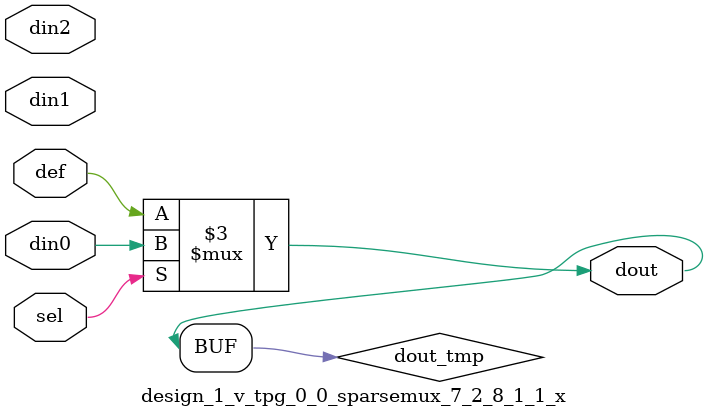
<source format=v>
`timescale 1ns / 1ps

module design_1_v_tpg_0_0_sparsemux_7_2_8_1_1_x (din0,din1,din2,def,sel,dout);

parameter din0_WIDTH = 1;

parameter din1_WIDTH = 1;

parameter din2_WIDTH = 1;

parameter def_WIDTH = 1;
parameter sel_WIDTH = 1;
parameter dout_WIDTH = 1;

parameter [sel_WIDTH-1:0] CASE0 = 1;

parameter [sel_WIDTH-1:0] CASE1 = 1;

parameter [sel_WIDTH-1:0] CASE2 = 1;

parameter ID = 1;
parameter NUM_STAGE = 1;



input [din0_WIDTH-1:0] din0;

input [din1_WIDTH-1:0] din1;

input [din2_WIDTH-1:0] din2;

input [def_WIDTH-1:0] def;
input [sel_WIDTH-1:0] sel;

output [dout_WIDTH-1:0] dout;



reg [dout_WIDTH-1:0] dout_tmp;


always @ (*) begin
(* parallel_case *) case (sel)
    
    CASE0 : dout_tmp = din0;
    
    CASE1 : dout_tmp = din1;
    
    CASE2 : dout_tmp = din2;
    
    default : dout_tmp = def;
endcase
end


assign dout = dout_tmp;



endmodule

</source>
